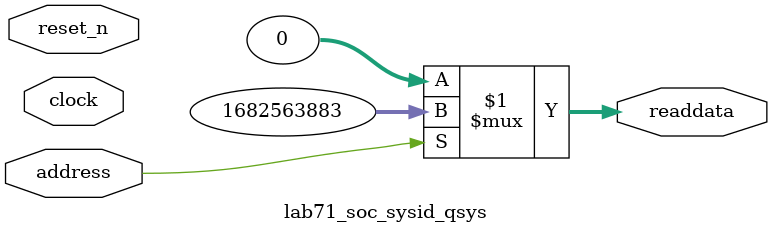
<source format=v>



// synthesis translate_off
`timescale 1ns / 1ps
// synthesis translate_on

// turn off superfluous verilog processor warnings 
// altera message_level Level1 
// altera message_off 10034 10035 10036 10037 10230 10240 10030 

module lab71_soc_sysid_qsys (
               // inputs:
                address,
                clock,
                reset_n,

               // outputs:
                readdata
             )
;

  output  [ 31: 0] readdata;
  input            address;
  input            clock;
  input            reset_n;

  wire    [ 31: 0] readdata;
  //control_slave, which is an e_avalon_slave
  assign readdata = address ? 1682563883 : 0;

endmodule



</source>
